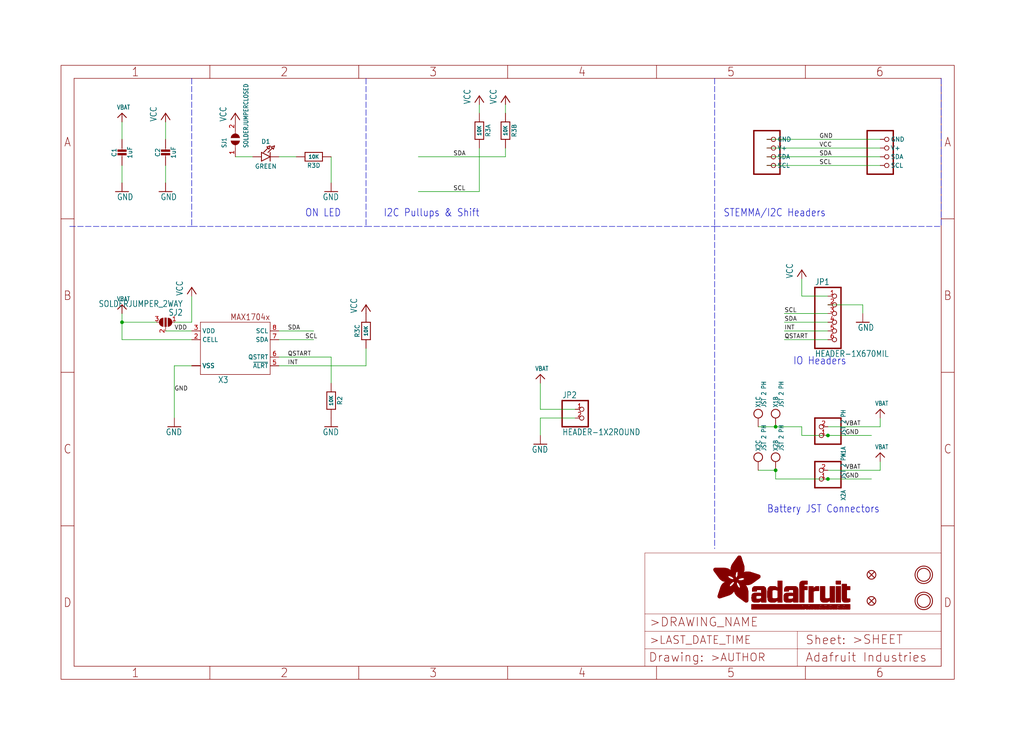
<source format=kicad_sch>
(kicad_sch (version 20211123) (generator eeschema)
  (paper "User" 298.45 217.881)
  (lib_symbols
    (symbol "eagleSchem-eagle-import:CAP_CERAMIC0603_NO"
      (property "Reference" "C" (at -2.29 1.25 90))
      (property "Value" "CAP_CERAMIC0603_NO" (at 2.3 1.25 90))
      (symbol "CAP_CERAMIC0603_NO_1_0"
        (pin passive line (at 0 5.08 270) (length 2.54) (name "1") (number "1"))
        (pin passive line (at 0 -2.54 90) (length 2.54) (name "2") (number "2"))
      )
    )
    (symbol "eagleSchem-eagle-import:CON_JST_PH_2PIN_MT_BATT"
      (property "Reference" "X" (at 0 5.588 90))
      (property "Value" "CON_JST_PH_2PIN_MT_BATT" (at 1.651 5.588 90))
      (symbol "CON_JST_PH_2PIN_MT_BATT_1_0"
        (pin passive inverted (at -2.54 2.54 0) (length 2.54) (name "1") (number "1"))
        (pin passive inverted (at -2.54 0 0) (length 2.54) (name "2") (number "2"))
      )
      (symbol "CON_JST_PH_2PIN_MT_BATT_2_0"
        (pin bidirectional line (at 0 0 90) (length 2.54) (name "P$1") (number "NC2"))
      )
      (symbol "CON_JST_PH_2PIN_MT_BATT_3_0"
        (pin bidirectional line (at 0 0 90) (length 2.54) (name "P$1") (number "NC1"))
      )
    )
    (symbol "eagleSchem-eagle-import:FIDUCIAL_1MM")
    (symbol "eagleSchem-eagle-import:FRAME_A4_ADAFRUIT"
      (symbol "FRAME_A4_ADAFRUIT_0_0"
        (text "1" (at 21.6958 1.905 0) (effects (font (size 2.54 2.286))))
        (text "1" (at 21.6958 177.165 0) (effects (font (size 2.54 2.286))))
        (text "2" (at 65.0875 1.905 0) (effects (font (size 2.54 2.286))))
        (text "2" (at 65.0875 177.165 0) (effects (font (size 2.54 2.286))))
        (text "3" (at 108.4792 1.905 0) (effects (font (size 2.54 2.286))))
        (text "3" (at 108.4792 177.165 0) (effects (font (size 2.54 2.286))))
        (text "4" (at 151.8708 1.905 0) (effects (font (size 2.54 2.286))))
        (text "4" (at 151.8708 177.165 0) (effects (font (size 2.54 2.286))))
        (text "5" (at 195.2625 1.905 0) (effects (font (size 2.54 2.286))))
        (text "5" (at 195.2625 177.165 0) (effects (font (size 2.54 2.286))))
        (text "6" (at 238.6542 1.905 0) (effects (font (size 2.54 2.286))))
        (text "6" (at 238.6542 177.165 0) (effects (font (size 2.54 2.286))))
        (text "A" (at 1.905 156.6863 0) (effects (font (size 2.54 2.286))))
        (text "A" (at 258.445 156.6863 0) (effects (font (size 2.54 2.286))))
        (text "B" (at 1.905 111.9188 0) (effects (font (size 2.54 2.286))))
        (text "B" (at 258.445 111.9188 0) (effects (font (size 2.54 2.286))))
        (text "C" (at 1.905 67.1513 0) (effects (font (size 2.54 2.286))))
        (text "C" (at 258.445 67.1513 0) (effects (font (size 2.54 2.286))))
        (text "D" (at 1.905 22.3838 0) (effects (font (size 2.54 2.286))))
        (text "D" (at 258.445 22.3838 0) (effects (font (size 2.54 2.286))))
      )
      (symbol "FRAME_A4_ADAFRUIT_1_0"
        (text ">AUTHOR" (at 189.23 5.08 0) (effects (font (size 2.286 2.286)) (justify left bottom)))
        (text ">DRAWING_NAME" (at 171.45 15.24 0) (effects (font (size 2.54 2.54)) (justify left bottom)))
        (text ">LAST_DATE_TIME" (at 171.45 10.16 0) (effects (font (size 2.286 2.286)) (justify left bottom)))
        (text ">SHEET" (at 230.505 10.16 0) (effects (font (size 2.54 2.54)) (justify left bottom)))
        (text "Adafruit Industries" (at 216.916 4.953 0) (effects (font (size 2.54 2.54)) (justify left bottom)))
        (text "Drawing:" (at 171.196 4.953 0) (effects (font (size 2.54 2.54)) (justify left bottom)))
        (text "Sheet:" (at 216.916 10.033 0) (effects (font (size 2.54 2.54)) (justify left bottom)))
      )
    )
    (symbol "eagleSchem-eagle-import:GND" (power)
      (property "Value" "GND" (at -2.54 -2.54 0))
      (symbol "GND_1_0"
        (pin power_in line (at 0 2.54 270) (length 2.54) (name "GND") (number "1"))
      )
    )
    (symbol "eagleSchem-eagle-import:HEADER-1X2ROUND"
      (property "Reference" "JP" (at -6.35 5.715 0))
      (property "Value" "HEADER-1X2ROUND" (at -6.35 -5.08 0))
      (symbol "HEADER-1X2ROUND_1_0"
        (pin passive inverted (at -2.54 2.54 0) (length 2.54) (name "1") (number "1"))
        (pin passive inverted (at -2.54 0 0) (length 2.54) (name "2") (number "2"))
      )
    )
    (symbol "eagleSchem-eagle-import:HEADER-1X670MIL"
      (property "Reference" "JP" (at -6.35 10.795 0))
      (property "Value" "HEADER-1X670MIL" (at -6.35 -10.16 0))
      (symbol "HEADER-1X670MIL_1_0"
        (pin passive inverted (at -2.54 7.62 0) (length 2.54) (name "1") (number "1"))
        (pin passive inverted (at -2.54 5.08 0) (length 2.54) (name "2") (number "2"))
        (pin passive inverted (at -2.54 2.54 0) (length 2.54) (name "3") (number "3"))
        (pin passive inverted (at -2.54 0 0) (length 2.54) (name "4") (number "4"))
        (pin passive inverted (at -2.54 -2.54 0) (length 2.54) (name "5") (number "5"))
        (pin passive inverted (at -2.54 -5.08 0) (length 2.54) (name "6") (number "6"))
      )
    )
    (symbol "eagleSchem-eagle-import:LED0603_NOOUTLINE"
      (property "Reference" "D" (at -1.27 4.445 0))
      (property "Value" "LED0603_NOOUTLINE" (at -1.27 -2.794 0))
      (symbol "LED0603_NOOUTLINE_1_0"
        (pin passive line (at -5.08 0 0) (length 2.54) (name "A") (number "A"))
        (pin passive line (at 2.54 0 180) (length 2.54) (name "C") (number "C"))
      )
    )
    (symbol "eagleSchem-eagle-import:MAX17048{slash}T"
      (property "Reference" "X" (at -5.08 -10.16 0))
      (symbol "MAX17048{slash}T_1_0"
        (text "MAX1704x" (at 10.16 10.16 0) (effects (font (size 1.778 1.5113)) (justify right top)))
        (pin power_in line (at -12.7 -5.08 0) (length 2.54) (name "VSS") (number "1"))
        (pin power_in line (at -12.7 2.54 0) (length 2.54) (name "CELL") (number "2"))
        (pin power_in line (at -12.7 5.08 0) (length 2.54) (name "VDD") (number "3"))
        (pin power_in line (at -12.7 -5.08 0) (length 2.54) (name "VSS") (number "4"))
        (pin output line (at 12.7 -5.08 180) (length 2.54) (name "~{ALRT}") (number "5"))
        (pin input line (at 12.7 -2.54 180) (length 2.54) (name "QSTRT") (number "6"))
        (pin bidirectional line (at 12.7 2.54 180) (length 2.54) (name "SDA") (number "7"))
        (pin bidirectional line (at 12.7 5.08 180) (length 2.54) (name "SCL") (number "8"))
        (pin power_in line (at -12.7 -5.08 0) (length 2.54) (name "VSS") (number "THERMAL"))
      )
    )
    (symbol "eagleSchem-eagle-import:MOUNTINGHOLE2.5")
    (symbol "eagleSchem-eagle-import:RESISTOR_0603_NOOUT"
      (property "Reference" "R" (at 0 2.54 0))
      (property "Value" "RESISTOR_0603_NOOUT" (at 0 0 0))
      (symbol "RESISTOR_0603_NOOUT_1_0"
        (pin passive line (at -5.08 0 0) (length 2.54) (name "1") (number "1"))
        (pin passive line (at 5.08 0 180) (length 2.54) (name "2") (number "2"))
      )
    )
    (symbol "eagleSchem-eagle-import:RESISTOR_4PACK"
      (property "Reference" "R" (at 0 2.54 0))
      (property "Value" "RESISTOR_4PACK" (at 0 0 0))
      (symbol "RESISTOR_4PACK_1_0"
        (pin passive line (at -5.08 0 0) (length 2.54) (name "1") (number "1"))
        (pin passive line (at 5.08 0 180) (length 2.54) (name "2") (number "8"))
      )
      (symbol "RESISTOR_4PACK_2_0"
        (pin passive line (at -5.08 0 0) (length 2.54) (name "1") (number "2"))
        (pin passive line (at 5.08 0 180) (length 2.54) (name "2") (number "7"))
      )
      (symbol "RESISTOR_4PACK_3_0"
        (pin passive line (at -5.08 0 0) (length 2.54) (name "1") (number "3"))
        (pin passive line (at 5.08 0 180) (length 2.54) (name "2") (number "6"))
      )
      (symbol "RESISTOR_4PACK_4_0"
        (pin passive line (at -5.08 0 0) (length 2.54) (name "1") (number "4"))
        (pin passive line (at 5.08 0 180) (length 2.54) (name "2") (number "5"))
      )
    )
    (symbol "eagleSchem-eagle-import:SOLDERJUMPERCLOSED"
      (property "Reference" "SJ" (at -2.54 2.54 0))
      (property "Value" "SOLDERJUMPERCLOSED" (at -2.54 -3.81 0))
      (symbol "SOLDERJUMPERCLOSED_1_0"
        (pin passive line (at -5.08 0 0) (length 2.54) (name "1") (number "1"))
        (pin passive line (at 5.08 0 180) (length 2.54) (name "2") (number "2"))
      )
    )
    (symbol "eagleSchem-eagle-import:SOLDERJUMPER_2WAY"
      (property "Reference" "SJ" (at -5.08 -3.81 0))
      (property "Value" "SOLDERJUMPER_2WAY" (at -5.08 -6.35 0))
      (symbol "SOLDERJUMPER_2WAY_1_0"
        (pin passive line (at -2.54 0 0) (length 0) (name "1") (number "1"))
        (pin passive line (at 0 2.54 270) (length 0) (name "2") (number "2"))
        (pin passive line (at 2.54 0 180) (length 0) (name "3") (number "3"))
      )
    )
    (symbol "eagleSchem-eagle-import:STEMMA_I2C_QT"
      (symbol "STEMMA_I2C_QT_1_0"
        (pin passive inverted (at 0 5.08 0) (length 2.54) (name "GND") (number "1"))
        (pin passive inverted (at 0 2.54 0) (length 2.54) (name "V+") (number "2"))
        (pin passive inverted (at 0 0 0) (length 2.54) (name "SDA") (number "3"))
        (pin passive inverted (at 0 -2.54 0) (length 2.54) (name "SCL") (number "4"))
      )
      (symbol "STEMMA_I2C_QT_2_0"
        (pin bidirectional line (at 0 0 0) (length 5.08) (name "MT") (number "MT1"))
      )
      (symbol "STEMMA_I2C_QT_3_0"
        (pin bidirectional line (at 0 0 0) (length 5.08) (name "MT") (number "MT2"))
      )
    )
    (symbol "eagleSchem-eagle-import:VBAT" (power)
      (property "Value" "VBAT" (at -1.524 1.016 0))
      (symbol "VBAT_1_0"
        (pin power_in line (at 0 -2.54 90) (length 2.54) (name "VBAT") (number "1"))
      )
    )
    (symbol "eagleSchem-eagle-import:VCC" (power)
      (property "Value" "VCC" (at -2.54 -2.54 90))
      (symbol "VCC_1_0"
        (pin power_in line (at 0 -2.54 90) (length 2.54) (name "VCC") (number "1"))
      )
    )
  )
  (junction (at 226.06 124.46))
  (junction (at 35.56 93.98))
  (junction (at 241.3 127))
  (junction (at 241.3 139.7))
  (junction (at 226.06 137.16))
  (wire (pts (xy 96.52 104.14) (xy 96.52 111.76)))
  (wire (pts (xy 233.68 86.36) (xy 233.68 81.28)))
  (wire (pts (xy 35.56 99.06) (xy 35.56 93.98)))
  (wire (pts (xy 50.8 106.68) (xy 50.8 121.92)))
  (wire (pts (xy 233.68 127) (xy 241.3 127)))
  (wire (pts (xy 220.98 124.46) (xy 226.06 124.46)))
  (wire (pts (xy 147.32 33.02) (xy 147.32 30.48)))
  (wire (pts (xy 55.88 93.98) (xy 55.88 86.36)))
  (wire (pts (xy 233.68 124.46) (xy 233.68 127)))
  (wire (pts (xy 81.28 99.06) (xy 91.44 99.06)))
  (wire (pts (xy 139.7 43.18) (xy 139.7 55.88)))
  (wire (pts (xy 167.64 121.92) (xy 157.48 121.92)))
  (wire (pts (xy 241.3 127) (xy 254 127)))
  (wire (pts (xy 241.3 91.44) (xy 228.6 91.44)))
  (wire (pts (xy 55.88 106.68) (xy 50.8 106.68)))
  (wire (pts (xy 35.56 48.26) (xy 35.56 53.34)))
  (polyline (pts (xy 55.88 22.86) (xy 55.88 66.04)))
  (wire (pts (xy 223.52 43.18) (xy 256.54 43.18)))
  (wire (pts (xy 81.28 96.52) (xy 91.44 96.52)))
  (wire (pts (xy 167.64 119.38) (xy 157.48 119.38)))
  (wire (pts (xy 241.3 86.36) (xy 233.68 86.36)))
  (wire (pts (xy 139.7 30.48) (xy 139.7 33.02)))
  (wire (pts (xy 241.3 93.98) (xy 228.6 93.98)))
  (wire (pts (xy 50.8 93.98) (xy 55.88 93.98)))
  (wire (pts (xy 226.06 139.7) (xy 241.3 139.7)))
  (wire (pts (xy 251.46 88.9) (xy 251.46 91.44)))
  (wire (pts (xy 256.54 124.46) (xy 256.54 121.92)))
  (polyline (pts (xy 106.68 66.04) (xy 208.28 66.04)))
  (wire (pts (xy 226.06 137.16) (xy 226.06 139.7)))
  (wire (pts (xy 157.48 121.92) (xy 157.48 127)))
  (polyline (pts (xy 208.28 66.04) (xy 274.32 66.04)))
  (wire (pts (xy 226.06 124.46) (xy 233.68 124.46)))
  (wire (pts (xy 157.48 119.38) (xy 157.48 111.76)))
  (wire (pts (xy 55.88 96.52) (xy 48.26 96.52)))
  (wire (pts (xy 241.3 99.06) (xy 228.6 99.06)))
  (wire (pts (xy 256.54 45.72) (xy 223.52 45.72)))
  (wire (pts (xy 55.88 99.06) (xy 35.56 99.06)))
  (polyline (pts (xy 20.32 66.04) (xy 55.88 66.04)))
  (wire (pts (xy 35.56 35.56) (xy 35.56 40.64)))
  (wire (pts (xy 81.28 104.14) (xy 96.52 104.14)))
  (wire (pts (xy 256.54 40.64) (xy 223.52 40.64)))
  (polyline (pts (xy 106.68 22.86) (xy 106.68 66.04)))
  (wire (pts (xy 35.56 93.98) (xy 35.56 91.44)))
  (polyline (pts (xy 274.32 22.86) (xy 274.32 66.04)))
  (wire (pts (xy 81.28 45.72) (xy 86.36 45.72)))
  (wire (pts (xy 81.28 106.68) (xy 106.68 106.68)))
  (polyline (pts (xy 208.28 66.04) (xy 208.28 160.02)))
  (wire (pts (xy 48.26 48.26) (xy 48.26 53.34)))
  (wire (pts (xy 241.3 88.9) (xy 251.46 88.9)))
  (wire (pts (xy 241.3 139.7) (xy 254 139.7)))
  (wire (pts (xy 106.68 106.68) (xy 106.68 101.6)))
  (wire (pts (xy 48.26 40.64) (xy 48.26 35.56)))
  (wire (pts (xy 241.3 124.46) (xy 256.54 124.46)))
  (polyline (pts (xy 55.88 66.04) (xy 106.68 66.04)))
  (wire (pts (xy 147.32 45.72) (xy 121.92 45.72)))
  (wire (pts (xy 139.7 55.88) (xy 121.92 55.88)))
  (wire (pts (xy 223.52 48.26) (xy 256.54 48.26)))
  (wire (pts (xy 45.72 93.98) (xy 35.56 93.98)))
  (wire (pts (xy 220.98 137.16) (xy 226.06 137.16)))
  (wire (pts (xy 241.3 96.52) (xy 228.6 96.52)))
  (polyline (pts (xy 208.28 22.86) (xy 208.28 66.04)))
  (wire (pts (xy 68.58 45.72) (xy 73.66 45.72)))
  (wire (pts (xy 241.3 137.16) (xy 256.54 137.16)))
  (wire (pts (xy 256.54 137.16) (xy 256.54 134.62)))
  (wire (pts (xy 96.52 45.72) (xy 96.52 53.34)))
  (wire (pts (xy 147.32 43.18) (xy 147.32 45.72)))
  (text "ON LED" (at 88.9 63.5 180) (effects (font (size 2.1844 1.8567)) (justify left bottom)))
  (text "Battery JST Connectors" (at 223.52 149.86 180) (effects (font (size 2.1844 1.8567)) (justify left bottom)))
  (text "I2C Pullups & Shift" (at 111.76 63.5 180) (effects (font (size 2.1844 1.8567)) (justify left bottom)))
  (text "STEMMA/I2C Headers" (at 210.82 63.5 180) (effects (font (size 2.1844 1.8567)) (justify left bottom)))
  (text "IO Headers" (at 231.14 106.68 180) (effects (font (size 2.1844 1.8567)) (justify left bottom)))
  (label "GND" (at 246.38 127 0) (effects (font (size 1.2446 1.2446))))
  (label "GND" (at 238.76 40.64 0) (effects (font (size 1.2446 1.2446))))
  (label "SCL" (at 132.08 55.88 0) (effects (font (size 1.2446 1.2446))))
  (label "SDA" (at 228.6 93.98 0) (effects (font (size 1.2446 1.2446))))
  (label "VDD" (at 50.8 96.52 0) (effects (font (size 1.2446 1.2446))))
  (label "SDA" (at 83.82 96.52 0) (effects (font (size 1.2446 1.2446))))
  (label "SDA" (at 132.08 45.72 0) (effects (font (size 1.2446 1.2446))))
  (label "GND" (at 50.8 114.3 0) (effects (font (size 1.2446 1.2446))))
  (label "QSTART" (at 228.6 99.06 0) (effects (font (size 1.2446 1.2446))))
  (label "INT" (at 83.82 106.68 0) (effects (font (size 1.2446 1.2446))))
  (label "SCL" (at 238.76 48.26 0) (effects (font (size 1.2446 1.2446))))
  (label "SDA" (at 238.76 45.72 0) (effects (font (size 1.2446 1.2446))))
  (label "QSTART" (at 83.82 104.14 0) (effects (font (size 1.2446 1.2446))))
  (label "VBAT" (at 246.38 124.46 0) (effects (font (size 1.2446 1.2446))))
  (label "SCL" (at 88.9 99.06 0) (effects (font (size 1.2446 1.2446))))
  (label "GND" (at 246.38 139.7 0) (effects (font (size 1.2446 1.2446))))
  (label "VBAT" (at 246.38 137.16 0) (effects (font (size 1.2446 1.2446))))
  (label "SCL" (at 228.6 91.44 0) (effects (font (size 1.2446 1.2446))))
  (label "INT" (at 228.6 96.52 0) (effects (font (size 1.2446 1.2446))))
  (label "VCC" (at 238.76 43.18 0) (effects (font (size 1.2446 1.2446))))
  (symbol (lib_id "eagleSchem-eagle-import:VCC") (at 106.68 88.9 0) (unit 1)
    (property "Reference" "#P+3" (effects hide))
    (property "Value" "VCC" (at 104.14 91.44 90) (effects (font (size 1.778 1.5113)) (justify left bottom)))
    (property "Footprint" "eagleSchem:" (effects hide))
  )
  (symbol (lib_id "eagleSchem-eagle-import:GND") (at 96.52 124.46 0) (unit 1)
    (property "Reference" "#GND1" (effects hide))
    (property "Value" "GND" (at 93.98 127 0) (effects (font (size 1.778 1.5113)) (justify left bottom)))
    (property "Footprint" "eagleSchem:" (effects hide))
  )
  (symbol (lib_id "eagleSchem-eagle-import:CON_JST_PH_2PIN_MT_BATT") (at 226.06 124.46 0) (unit 2)
    (property "Reference" "X1" (at 226.06 118.872 90) (effects (font (size 1.27 1.0795)) (justify left)))
    (property "Value" "JST 2 PH" (at 227.711 118.872 90) (effects (font (size 1.27 1.0795)) (justify left)))
    (property "Footprint" "eagleSchem:JSTPH2_BATT" (effects hide))
  )
  (symbol (lib_id "eagleSchem-eagle-import:CON_JST_PH_2PIN_MT_BATT") (at 220.98 137.16 0) (unit 3)
    (property "Reference" "X2" (at 220.98 131.572 90) (effects (font (size 1.27 1.0795)) (justify left)))
    (property "Value" "JST 2 PH" (at 222.631 131.572 90) (effects (font (size 1.27 1.0795)) (justify left)))
    (property "Footprint" "eagleSchem:JSTPH2_BATT" (effects hide))
  )
  (symbol (lib_id "eagleSchem-eagle-import:VCC") (at 233.68 78.74 0) (unit 1)
    (property "Reference" "#P+4" (effects hide))
    (property "Value" "VCC" (at 231.14 81.28 90) (effects (font (size 1.778 1.5113)) (justify left bottom)))
    (property "Footprint" "eagleSchem:" (effects hide))
  )
  (symbol (lib_id "eagleSchem-eagle-import:CAP_CERAMIC0603_NO") (at 48.26 45.72 0) (unit 1)
    (property "Reference" "C2" (at 45.97 44.47 90))
    (property "Value" "1uF" (at 50.56 44.47 90))
    (property "Footprint" "eagleSchem:0603-NO" (effects hide))
  )
  (symbol (lib_id "eagleSchem-eagle-import:CON_JST_PH_2PIN_MT_BATT") (at 226.06 137.16 0) (unit 2)
    (property "Reference" "X2" (at 226.06 131.572 90) (effects (font (size 1.27 1.0795)) (justify left)))
    (property "Value" "JST 2 PH" (at 227.711 131.572 90) (effects (font (size 1.27 1.0795)) (justify left)))
    (property "Footprint" "eagleSchem:JSTPH2_BATT" (effects hide))
  )
  (symbol (lib_id "eagleSchem-eagle-import:CON_JST_PH_2PIN_MT_BATT") (at 238.76 137.16 180) (unit 1)
    (property "Reference" "X2" (at 245.11 142.875 90) (effects (font (size 1.27 1.0795)) (justify left bottom)))
    (property "Value" "JST 2 PH" (at 245.11 132.08 90) (effects (font (size 1.27 1.0795)) (justify left bottom)))
    (property "Footprint" "eagleSchem:JSTPH2_BATT" (effects hide))
  )
  (symbol (lib_id "eagleSchem-eagle-import:STEMMA_I2C_QT") (at 256.54 45.72 0) (unit 1)
    (property "Reference" "CONN4" (effects hide))
    (property "Value" "STEMMA_I2C_QT" (effects hide))
    (property "Footprint" "eagleSchem:JST_SH4" (effects hide))
  )
  (symbol (lib_id "eagleSchem-eagle-import:GND") (at 157.48 129.54 0) (unit 1)
    (property "Reference" "#GND2" (effects hide))
    (property "Value" "GND" (at 154.94 132.08 0) (effects (font (size 1.778 1.5113)) (justify left bottom)))
    (property "Footprint" "eagleSchem:" (effects hide))
  )
  (symbol (lib_id "eagleSchem-eagle-import:FIDUCIAL_1MM") (at 254 175.26 0) (unit 1)
    (property "Reference" "FID3" (effects hide))
    (property "Value" "FIDUCIAL_1MM" (effects hide))
    (property "Footprint" "eagleSchem:FIDUCIAL_1MM" (effects hide))
  )
  (symbol (lib_id "eagleSchem-eagle-import:RESISTOR_4PACK") (at 106.68 96.52 90) (unit 3)
    (property "Reference" "R3" (at 104.14 96.52 0))
    (property "Value" "10K" (at 106.68 96.52 0) (effects (font (size 1.016 1.016) bold)))
    (property "Footprint" "eagleSchem:RESPACK_4X0603" (effects hide))
  )
  (symbol (lib_id "eagleSchem-eagle-import:LED0603_NOOUTLINE") (at 78.74 45.72 0) (unit 1)
    (property "Reference" "D1" (at 77.47 41.275 0))
    (property "Value" "GREEN" (at 77.47 48.514 0))
    (property "Footprint" "eagleSchem:CHIPLED_0603_NOOUTLINE" (effects hide))
  )
  (symbol (lib_id "eagleSchem-eagle-import:MOUNTINGHOLE2.5") (at 269.24 175.26 0) (unit 1)
    (property "Reference" "U$21" (effects hide))
    (property "Value" "MOUNTINGHOLE2.5" (effects hide))
    (property "Footprint" "eagleSchem:MOUNTINGHOLE_2.5_PLATED" (effects hide))
  )
  (symbol (lib_id "eagleSchem-eagle-import:SOLDERJUMPERCLOSED") (at 68.58 40.64 90) (unit 1)
    (property "Reference" "SJ1" (at 66.04 43.18 0) (effects (font (size 1.27 1.0795)) (justify left bottom)))
    (property "Value" "SOLDERJUMPERCLOSED" (at 72.39 43.18 0) (effects (font (size 1.27 1.0795)) (justify left bottom)))
    (property "Footprint" "eagleSchem:SOLDERJUMPER_CLOSEDWIRE" (effects hide))
  )
  (symbol (lib_id "eagleSchem-eagle-import:VCC") (at 48.26 33.02 0) (unit 1)
    (property "Reference" "#P+7" (effects hide))
    (property "Value" "VCC" (at 45.72 35.56 90) (effects (font (size 1.778 1.5113)) (justify left bottom)))
    (property "Footprint" "eagleSchem:" (effects hide))
  )
  (symbol (lib_id "eagleSchem-eagle-import:GND") (at 35.56 55.88 0) (unit 1)
    (property "Reference" "#U$6" (effects hide))
    (property "Value" "GND" (at 34.036 58.42 0) (effects (font (size 1.778 1.5113)) (justify left bottom)))
    (property "Footprint" "eagleSchem:" (effects hide))
  )
  (symbol (lib_id "eagleSchem-eagle-import:CAP_CERAMIC0603_NO") (at 35.56 45.72 0) (unit 1)
    (property "Reference" "C1" (at 33.27 44.47 90))
    (property "Value" "1uF" (at 37.86 44.47 90))
    (property "Footprint" "eagleSchem:0603-NO" (effects hide))
  )
  (symbol (lib_id "eagleSchem-eagle-import:VBAT") (at 157.48 109.22 0) (unit 1)
    (property "Reference" "#U$1" (effects hide))
    (property "Value" "VBAT" (at 155.956 108.204 0) (effects (font (size 1.27 1.0795)) (justify left bottom)))
    (property "Footprint" "eagleSchem:" (effects hide))
  )
  (symbol (lib_id "eagleSchem-eagle-import:VCC") (at 55.88 83.82 0) (unit 1)
    (property "Reference" "#P+5" (effects hide))
    (property "Value" "VCC" (at 53.34 86.36 90) (effects (font (size 1.778 1.5113)) (justify left bottom)))
    (property "Footprint" "eagleSchem:" (effects hide))
  )
  (symbol (lib_id "eagleSchem-eagle-import:GND") (at 251.46 93.98 0) (unit 1)
    (property "Reference" "#U$10" (effects hide))
    (property "Value" "GND" (at 249.936 96.52 0) (effects (font (size 1.778 1.5113)) (justify left bottom)))
    (property "Footprint" "eagleSchem:" (effects hide))
  )
  (symbol (lib_id "eagleSchem-eagle-import:GND") (at 96.52 55.88 0) (unit 1)
    (property "Reference" "#GND6" (effects hide))
    (property "Value" "GND" (at 93.98 58.42 0) (effects (font (size 1.778 1.5113)) (justify left bottom)))
    (property "Footprint" "eagleSchem:" (effects hide))
  )
  (symbol (lib_id "eagleSchem-eagle-import:RESISTOR_4PACK") (at 147.32 38.1 270) (unit 2)
    (property "Reference" "R3" (at 149.86 38.1 0))
    (property "Value" "10K" (at 147.32 38.1 0) (effects (font (size 1.016 1.016) bold)))
    (property "Footprint" "eagleSchem:RESPACK_4X0603" (effects hide))
  )
  (symbol (lib_id "eagleSchem-eagle-import:FRAME_A4_ADAFRUIT") (at 17.78 198.12 0) (unit 1)
    (property "Reference" "#U$18" (effects hide))
    (property "Value" "FRAME_A4_ADAFRUIT" (effects hide))
    (property "Footprint" "eagleSchem:" (effects hide))
  )
  (symbol (lib_id "eagleSchem-eagle-import:MOUNTINGHOLE2.5") (at 269.24 167.64 0) (unit 1)
    (property "Reference" "U$19" (effects hide))
    (property "Value" "MOUNTINGHOLE2.5" (effects hide))
    (property "Footprint" "eagleSchem:MOUNTINGHOLE_2.5_PLATED" (effects hide))
  )
  (symbol (lib_id "eagleSchem-eagle-import:MAX17048{slash}T") (at 68.58 101.6 0) (unit 1)
    (property "Reference" "X3" (at 63.5 111.76 0) (effects (font (size 1.778 1.5113)) (justify left bottom)))
    (property "Value" "MAX17048{slash}T" (effects hide))
    (property "Footprint" "eagleSchem:TDFN8_2X2MM" (effects hide))
  )
  (symbol (lib_id "eagleSchem-eagle-import:HEADER-1X2ROUND") (at 170.18 121.92 0) (unit 1)
    (property "Reference" "JP2" (at 163.83 116.205 0) (effects (font (size 1.778 1.5113)) (justify left bottom)))
    (property "Value" "HEADER-1X2ROUND" (at 163.83 127 0) (effects (font (size 1.778 1.5113)) (justify left bottom)))
    (property "Footprint" "eagleSchem:1X02_ROUND" (effects hide))
  )
  (symbol (lib_id "eagleSchem-eagle-import:VCC") (at 139.7 27.94 0) (unit 1)
    (property "Reference" "#P+1" (effects hide))
    (property "Value" "VCC" (at 137.16 30.48 90) (effects (font (size 1.778 1.5113)) (justify left bottom)))
    (property "Footprint" "eagleSchem:" (effects hide))
  )
  (symbol (lib_id "eagleSchem-eagle-import:VBAT") (at 256.54 132.08 0) (unit 1)
    (property "Reference" "#U$4" (effects hide))
    (property "Value" "VBAT" (at 255.016 131.064 0) (effects (font (size 1.27 1.0795)) (justify left bottom)))
    (property "Footprint" "eagleSchem:" (effects hide))
  )
  (symbol (lib_id "eagleSchem-eagle-import:VBAT") (at 35.56 33.02 0) (unit 1)
    (property "Reference" "#U$2" (effects hide))
    (property "Value" "VBAT" (at 34.036 32.004 0) (effects (font (size 1.27 1.0795)) (justify left bottom)))
    (property "Footprint" "eagleSchem:" (effects hide))
  )
  (symbol (lib_id "eagleSchem-eagle-import:VCC") (at 147.32 27.94 0) (unit 1)
    (property "Reference" "#P+2" (effects hide))
    (property "Value" "VCC" (at 144.78 30.48 90) (effects (font (size 1.778 1.5113)) (justify left bottom)))
    (property "Footprint" "eagleSchem:" (effects hide))
  )
  (symbol (lib_id "eagleSchem-eagle-import:HEADER-1X670MIL") (at 243.84 93.98 0) (unit 1)
    (property "Reference" "JP1" (at 237.49 83.185 0) (effects (font (size 1.778 1.5113)) (justify left bottom)))
    (property "Value" "HEADER-1X670MIL" (at 237.49 104.14 0) (effects (font (size 1.778 1.5113)) (justify left bottom)))
    (property "Footprint" "eagleSchem:1X06_ROUND_70" (effects hide))
  )
  (symbol (lib_id "eagleSchem-eagle-import:FIDUCIAL_1MM") (at 254 167.64 0) (unit 1)
    (property "Reference" "FID4" (effects hide))
    (property "Value" "FIDUCIAL_1MM" (effects hide))
    (property "Footprint" "eagleSchem:FIDUCIAL_1MM" (effects hide))
  )
  (symbol (lib_id "eagleSchem-eagle-import:RESISTOR_4PACK") (at 139.7 38.1 270) (unit 1)
    (property "Reference" "R3" (at 142.24 38.1 0))
    (property "Value" "10K" (at 139.7 38.1 0) (effects (font (size 1.016 1.016) bold)))
    (property "Footprint" "eagleSchem:RESPACK_4X0603" (effects hide))
  )
  (symbol (lib_id "eagleSchem-eagle-import:RESISTOR_4PACK") (at 91.44 45.72 180) (unit 4)
    (property "Reference" "R3" (at 91.44 48.26 0))
    (property "Value" "10K" (at 91.44 45.72 0) (effects (font (size 1.016 1.016) bold)))
    (property "Footprint" "eagleSchem:RESPACK_4X0603" (effects hide))
  )
  (symbol (lib_id "eagleSchem-eagle-import:GND") (at 50.8 124.46 0) (unit 1)
    (property "Reference" "#GND3" (effects hide))
    (property "Value" "GND" (at 48.26 127 0) (effects (font (size 1.778 1.5113)) (justify left bottom)))
    (property "Footprint" "eagleSchem:" (effects hide))
  )
  (symbol (lib_id "eagleSchem-eagle-import:VBAT") (at 35.56 88.9 0) (unit 1)
    (property "Reference" "#U$5" (effects hide))
    (property "Value" "VBAT" (at 34.036 87.884 0) (effects (font (size 1.27 1.0795)) (justify left bottom)))
    (property "Footprint" "eagleSchem:" (effects hide))
  )
  (symbol (lib_id "eagleSchem-eagle-import:VBAT") (at 256.54 119.38 0) (unit 1)
    (property "Reference" "#U$3" (effects hide))
    (property "Value" "VBAT" (at 255.016 118.364 0) (effects (font (size 1.27 1.0795)) (justify left bottom)))
    (property "Footprint" "eagleSchem:" (effects hide))
  )
  (symbol (lib_id "eagleSchem-eagle-import:CON_JST_PH_2PIN_MT_BATT") (at 220.98 124.46 0) (unit 3)
    (property "Reference" "X1" (at 220.98 118.872 90) (effects (font (size 1.27 1.0795)) (justify left)))
    (property "Value" "JST 2 PH" (at 222.631 118.872 90) (effects (font (size 1.27 1.0795)) (justify left)))
    (property "Footprint" "eagleSchem:JSTPH2_BATT" (effects hide))
  )
  (symbol (lib_id "eagleSchem-eagle-import:STEMMA_I2C_QT") (at 223.52 45.72 0) (unit 1)
    (property "Reference" "CONN3" (effects hide))
    (property "Value" "STEMMA_I2C_QT" (effects hide))
    (property "Footprint" "eagleSchem:JST_SH4" (effects hide))
  )
  (symbol (lib_id "eagleSchem-eagle-import:SOLDERJUMPER_2WAY") (at 48.26 93.98 180) (unit 1)
    (property "Reference" "SJ2" (at 53.34 90.17 0) (effects (font (size 1.778 1.5113)) (justify left bottom)))
    (property "Value" "SOLDERJUMPER_2WAY" (at 53.34 87.63 0) (effects (font (size 1.778 1.5113)) (justify left bottom)))
    (property "Footprint" "eagleSchem:SOLDERJUMPER_2WAY_OPEN_NOPASTE" (effects hide))
  )
  (symbol (lib_id "eagleSchem-eagle-import:RESISTOR_0603_NOOUT") (at 96.52 116.84 270) (unit 1)
    (property "Reference" "R2" (at 99.06 116.84 0))
    (property "Value" "10K" (at 96.52 116.84 0) (effects (font (size 1.016 1.016) bold)))
    (property "Footprint" "eagleSchem:0603-NO" (effects hide))
  )
  (symbol (lib_id "eagleSchem-eagle-import:GND") (at 48.26 55.88 0) (unit 1)
    (property "Reference" "#U$7" (effects hide))
    (property "Value" "GND" (at 46.736 58.42 0) (effects (font (size 1.778 1.5113)) (justify left bottom)))
    (property "Footprint" "eagleSchem:" (effects hide))
  )
  (symbol (lib_id "eagleSchem-eagle-import:VCC") (at 68.58 33.02 0) (unit 1)
    (property "Reference" "#P+6" (effects hide))
    (property "Value" "VCC" (at 66.04 35.56 90) (effects (font (size 1.778 1.5113)) (justify left bottom)))
    (property "Footprint" "eagleSchem:" (effects hide))
  )
  (symbol (lib_id "eagleSchem-eagle-import:CON_JST_PH_2PIN_MT_BATT") (at 238.76 124.46 180) (unit 1)
    (property "Reference" "X1" (at 245.11 130.175 90) (effects (font (size 1.27 1.0795)) (justify left bottom)))
    (property "Value" "JST 2 PH" (at 245.11 119.38 90) (effects (font (size 1.27 1.0795)) (justify left bottom)))
    (property "Footprint" "eagleSchem:JSTPH2_BATT" (effects hide))
  )
)
</source>
